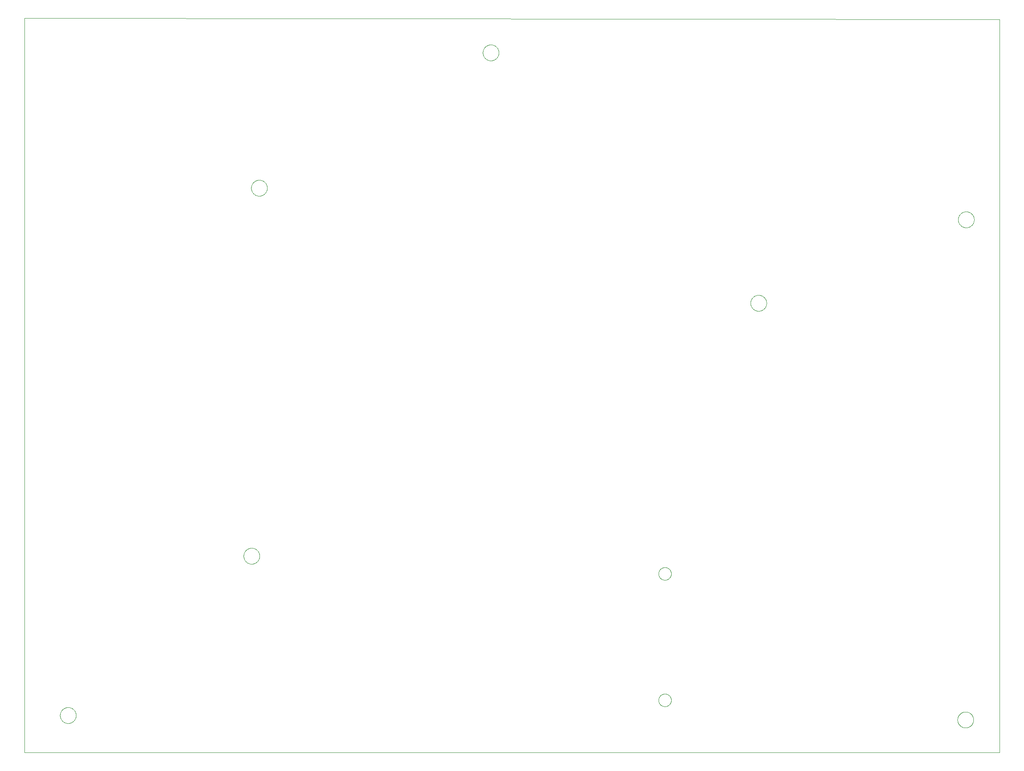
<source format=gko>
G75*
%MOIN*%
%OFA0B0*%
%FSLAX25Y25*%
%IPPOS*%
%LPD*%
%AMOC8*
5,1,8,0,0,1.08239X$1,22.5*
%
%ADD10C,0.00000*%
D10*
X0171672Y0029156D02*
X0171672Y0609857D01*
X0942093Y0608857D01*
X0942093Y0029156D01*
X0171672Y0029156D01*
X0199873Y0058656D02*
X0199875Y0058814D01*
X0199881Y0058972D01*
X0199891Y0059130D01*
X0199905Y0059288D01*
X0199923Y0059445D01*
X0199944Y0059602D01*
X0199970Y0059758D01*
X0200000Y0059914D01*
X0200033Y0060069D01*
X0200071Y0060222D01*
X0200112Y0060375D01*
X0200157Y0060527D01*
X0200206Y0060678D01*
X0200259Y0060827D01*
X0200315Y0060975D01*
X0200375Y0061121D01*
X0200439Y0061266D01*
X0200507Y0061409D01*
X0200578Y0061551D01*
X0200652Y0061691D01*
X0200730Y0061828D01*
X0200812Y0061964D01*
X0200896Y0062098D01*
X0200985Y0062229D01*
X0201076Y0062358D01*
X0201171Y0062485D01*
X0201268Y0062610D01*
X0201369Y0062732D01*
X0201473Y0062851D01*
X0201580Y0062968D01*
X0201690Y0063082D01*
X0201803Y0063193D01*
X0201918Y0063302D01*
X0202036Y0063407D01*
X0202157Y0063509D01*
X0202280Y0063609D01*
X0202406Y0063705D01*
X0202534Y0063798D01*
X0202664Y0063888D01*
X0202797Y0063974D01*
X0202932Y0064058D01*
X0203068Y0064137D01*
X0203207Y0064214D01*
X0203348Y0064286D01*
X0203490Y0064356D01*
X0203634Y0064421D01*
X0203780Y0064483D01*
X0203927Y0064541D01*
X0204076Y0064596D01*
X0204226Y0064647D01*
X0204377Y0064694D01*
X0204529Y0064737D01*
X0204682Y0064776D01*
X0204837Y0064812D01*
X0204992Y0064843D01*
X0205148Y0064871D01*
X0205304Y0064895D01*
X0205461Y0064915D01*
X0205619Y0064931D01*
X0205776Y0064943D01*
X0205935Y0064951D01*
X0206093Y0064955D01*
X0206251Y0064955D01*
X0206409Y0064951D01*
X0206568Y0064943D01*
X0206725Y0064931D01*
X0206883Y0064915D01*
X0207040Y0064895D01*
X0207196Y0064871D01*
X0207352Y0064843D01*
X0207507Y0064812D01*
X0207662Y0064776D01*
X0207815Y0064737D01*
X0207967Y0064694D01*
X0208118Y0064647D01*
X0208268Y0064596D01*
X0208417Y0064541D01*
X0208564Y0064483D01*
X0208710Y0064421D01*
X0208854Y0064356D01*
X0208996Y0064286D01*
X0209137Y0064214D01*
X0209276Y0064137D01*
X0209412Y0064058D01*
X0209547Y0063974D01*
X0209680Y0063888D01*
X0209810Y0063798D01*
X0209938Y0063705D01*
X0210064Y0063609D01*
X0210187Y0063509D01*
X0210308Y0063407D01*
X0210426Y0063302D01*
X0210541Y0063193D01*
X0210654Y0063082D01*
X0210764Y0062968D01*
X0210871Y0062851D01*
X0210975Y0062732D01*
X0211076Y0062610D01*
X0211173Y0062485D01*
X0211268Y0062358D01*
X0211359Y0062229D01*
X0211448Y0062098D01*
X0211532Y0061964D01*
X0211614Y0061828D01*
X0211692Y0061691D01*
X0211766Y0061551D01*
X0211837Y0061409D01*
X0211905Y0061266D01*
X0211969Y0061121D01*
X0212029Y0060975D01*
X0212085Y0060827D01*
X0212138Y0060678D01*
X0212187Y0060527D01*
X0212232Y0060375D01*
X0212273Y0060222D01*
X0212311Y0060069D01*
X0212344Y0059914D01*
X0212374Y0059758D01*
X0212400Y0059602D01*
X0212421Y0059445D01*
X0212439Y0059288D01*
X0212453Y0059130D01*
X0212463Y0058972D01*
X0212469Y0058814D01*
X0212471Y0058656D01*
X0212469Y0058498D01*
X0212463Y0058340D01*
X0212453Y0058182D01*
X0212439Y0058024D01*
X0212421Y0057867D01*
X0212400Y0057710D01*
X0212374Y0057554D01*
X0212344Y0057398D01*
X0212311Y0057243D01*
X0212273Y0057090D01*
X0212232Y0056937D01*
X0212187Y0056785D01*
X0212138Y0056634D01*
X0212085Y0056485D01*
X0212029Y0056337D01*
X0211969Y0056191D01*
X0211905Y0056046D01*
X0211837Y0055903D01*
X0211766Y0055761D01*
X0211692Y0055621D01*
X0211614Y0055484D01*
X0211532Y0055348D01*
X0211448Y0055214D01*
X0211359Y0055083D01*
X0211268Y0054954D01*
X0211173Y0054827D01*
X0211076Y0054702D01*
X0210975Y0054580D01*
X0210871Y0054461D01*
X0210764Y0054344D01*
X0210654Y0054230D01*
X0210541Y0054119D01*
X0210426Y0054010D01*
X0210308Y0053905D01*
X0210187Y0053803D01*
X0210064Y0053703D01*
X0209938Y0053607D01*
X0209810Y0053514D01*
X0209680Y0053424D01*
X0209547Y0053338D01*
X0209412Y0053254D01*
X0209276Y0053175D01*
X0209137Y0053098D01*
X0208996Y0053026D01*
X0208854Y0052956D01*
X0208710Y0052891D01*
X0208564Y0052829D01*
X0208417Y0052771D01*
X0208268Y0052716D01*
X0208118Y0052665D01*
X0207967Y0052618D01*
X0207815Y0052575D01*
X0207662Y0052536D01*
X0207507Y0052500D01*
X0207352Y0052469D01*
X0207196Y0052441D01*
X0207040Y0052417D01*
X0206883Y0052397D01*
X0206725Y0052381D01*
X0206568Y0052369D01*
X0206409Y0052361D01*
X0206251Y0052357D01*
X0206093Y0052357D01*
X0205935Y0052361D01*
X0205776Y0052369D01*
X0205619Y0052381D01*
X0205461Y0052397D01*
X0205304Y0052417D01*
X0205148Y0052441D01*
X0204992Y0052469D01*
X0204837Y0052500D01*
X0204682Y0052536D01*
X0204529Y0052575D01*
X0204377Y0052618D01*
X0204226Y0052665D01*
X0204076Y0052716D01*
X0203927Y0052771D01*
X0203780Y0052829D01*
X0203634Y0052891D01*
X0203490Y0052956D01*
X0203348Y0053026D01*
X0203207Y0053098D01*
X0203068Y0053175D01*
X0202932Y0053254D01*
X0202797Y0053338D01*
X0202664Y0053424D01*
X0202534Y0053514D01*
X0202406Y0053607D01*
X0202280Y0053703D01*
X0202157Y0053803D01*
X0202036Y0053905D01*
X0201918Y0054010D01*
X0201803Y0054119D01*
X0201690Y0054230D01*
X0201580Y0054344D01*
X0201473Y0054461D01*
X0201369Y0054580D01*
X0201268Y0054702D01*
X0201171Y0054827D01*
X0201076Y0054954D01*
X0200985Y0055083D01*
X0200896Y0055214D01*
X0200812Y0055348D01*
X0200730Y0055484D01*
X0200652Y0055621D01*
X0200578Y0055761D01*
X0200507Y0055903D01*
X0200439Y0056046D01*
X0200375Y0056191D01*
X0200315Y0056337D01*
X0200259Y0056485D01*
X0200206Y0056634D01*
X0200157Y0056785D01*
X0200112Y0056937D01*
X0200071Y0057090D01*
X0200033Y0057243D01*
X0200000Y0057398D01*
X0199970Y0057554D01*
X0199944Y0057710D01*
X0199923Y0057867D01*
X0199905Y0058024D01*
X0199891Y0058182D01*
X0199881Y0058340D01*
X0199875Y0058498D01*
X0199873Y0058656D01*
X0344873Y0184656D02*
X0344875Y0184814D01*
X0344881Y0184972D01*
X0344891Y0185130D01*
X0344905Y0185288D01*
X0344923Y0185445D01*
X0344944Y0185602D01*
X0344970Y0185758D01*
X0345000Y0185914D01*
X0345033Y0186069D01*
X0345071Y0186222D01*
X0345112Y0186375D01*
X0345157Y0186527D01*
X0345206Y0186678D01*
X0345259Y0186827D01*
X0345315Y0186975D01*
X0345375Y0187121D01*
X0345439Y0187266D01*
X0345507Y0187409D01*
X0345578Y0187551D01*
X0345652Y0187691D01*
X0345730Y0187828D01*
X0345812Y0187964D01*
X0345896Y0188098D01*
X0345985Y0188229D01*
X0346076Y0188358D01*
X0346171Y0188485D01*
X0346268Y0188610D01*
X0346369Y0188732D01*
X0346473Y0188851D01*
X0346580Y0188968D01*
X0346690Y0189082D01*
X0346803Y0189193D01*
X0346918Y0189302D01*
X0347036Y0189407D01*
X0347157Y0189509D01*
X0347280Y0189609D01*
X0347406Y0189705D01*
X0347534Y0189798D01*
X0347664Y0189888D01*
X0347797Y0189974D01*
X0347932Y0190058D01*
X0348068Y0190137D01*
X0348207Y0190214D01*
X0348348Y0190286D01*
X0348490Y0190356D01*
X0348634Y0190421D01*
X0348780Y0190483D01*
X0348927Y0190541D01*
X0349076Y0190596D01*
X0349226Y0190647D01*
X0349377Y0190694D01*
X0349529Y0190737D01*
X0349682Y0190776D01*
X0349837Y0190812D01*
X0349992Y0190843D01*
X0350148Y0190871D01*
X0350304Y0190895D01*
X0350461Y0190915D01*
X0350619Y0190931D01*
X0350776Y0190943D01*
X0350935Y0190951D01*
X0351093Y0190955D01*
X0351251Y0190955D01*
X0351409Y0190951D01*
X0351568Y0190943D01*
X0351725Y0190931D01*
X0351883Y0190915D01*
X0352040Y0190895D01*
X0352196Y0190871D01*
X0352352Y0190843D01*
X0352507Y0190812D01*
X0352662Y0190776D01*
X0352815Y0190737D01*
X0352967Y0190694D01*
X0353118Y0190647D01*
X0353268Y0190596D01*
X0353417Y0190541D01*
X0353564Y0190483D01*
X0353710Y0190421D01*
X0353854Y0190356D01*
X0353996Y0190286D01*
X0354137Y0190214D01*
X0354276Y0190137D01*
X0354412Y0190058D01*
X0354547Y0189974D01*
X0354680Y0189888D01*
X0354810Y0189798D01*
X0354938Y0189705D01*
X0355064Y0189609D01*
X0355187Y0189509D01*
X0355308Y0189407D01*
X0355426Y0189302D01*
X0355541Y0189193D01*
X0355654Y0189082D01*
X0355764Y0188968D01*
X0355871Y0188851D01*
X0355975Y0188732D01*
X0356076Y0188610D01*
X0356173Y0188485D01*
X0356268Y0188358D01*
X0356359Y0188229D01*
X0356448Y0188098D01*
X0356532Y0187964D01*
X0356614Y0187828D01*
X0356692Y0187691D01*
X0356766Y0187551D01*
X0356837Y0187409D01*
X0356905Y0187266D01*
X0356969Y0187121D01*
X0357029Y0186975D01*
X0357085Y0186827D01*
X0357138Y0186678D01*
X0357187Y0186527D01*
X0357232Y0186375D01*
X0357273Y0186222D01*
X0357311Y0186069D01*
X0357344Y0185914D01*
X0357374Y0185758D01*
X0357400Y0185602D01*
X0357421Y0185445D01*
X0357439Y0185288D01*
X0357453Y0185130D01*
X0357463Y0184972D01*
X0357469Y0184814D01*
X0357471Y0184656D01*
X0357469Y0184498D01*
X0357463Y0184340D01*
X0357453Y0184182D01*
X0357439Y0184024D01*
X0357421Y0183867D01*
X0357400Y0183710D01*
X0357374Y0183554D01*
X0357344Y0183398D01*
X0357311Y0183243D01*
X0357273Y0183090D01*
X0357232Y0182937D01*
X0357187Y0182785D01*
X0357138Y0182634D01*
X0357085Y0182485D01*
X0357029Y0182337D01*
X0356969Y0182191D01*
X0356905Y0182046D01*
X0356837Y0181903D01*
X0356766Y0181761D01*
X0356692Y0181621D01*
X0356614Y0181484D01*
X0356532Y0181348D01*
X0356448Y0181214D01*
X0356359Y0181083D01*
X0356268Y0180954D01*
X0356173Y0180827D01*
X0356076Y0180702D01*
X0355975Y0180580D01*
X0355871Y0180461D01*
X0355764Y0180344D01*
X0355654Y0180230D01*
X0355541Y0180119D01*
X0355426Y0180010D01*
X0355308Y0179905D01*
X0355187Y0179803D01*
X0355064Y0179703D01*
X0354938Y0179607D01*
X0354810Y0179514D01*
X0354680Y0179424D01*
X0354547Y0179338D01*
X0354412Y0179254D01*
X0354276Y0179175D01*
X0354137Y0179098D01*
X0353996Y0179026D01*
X0353854Y0178956D01*
X0353710Y0178891D01*
X0353564Y0178829D01*
X0353417Y0178771D01*
X0353268Y0178716D01*
X0353118Y0178665D01*
X0352967Y0178618D01*
X0352815Y0178575D01*
X0352662Y0178536D01*
X0352507Y0178500D01*
X0352352Y0178469D01*
X0352196Y0178441D01*
X0352040Y0178417D01*
X0351883Y0178397D01*
X0351725Y0178381D01*
X0351568Y0178369D01*
X0351409Y0178361D01*
X0351251Y0178357D01*
X0351093Y0178357D01*
X0350935Y0178361D01*
X0350776Y0178369D01*
X0350619Y0178381D01*
X0350461Y0178397D01*
X0350304Y0178417D01*
X0350148Y0178441D01*
X0349992Y0178469D01*
X0349837Y0178500D01*
X0349682Y0178536D01*
X0349529Y0178575D01*
X0349377Y0178618D01*
X0349226Y0178665D01*
X0349076Y0178716D01*
X0348927Y0178771D01*
X0348780Y0178829D01*
X0348634Y0178891D01*
X0348490Y0178956D01*
X0348348Y0179026D01*
X0348207Y0179098D01*
X0348068Y0179175D01*
X0347932Y0179254D01*
X0347797Y0179338D01*
X0347664Y0179424D01*
X0347534Y0179514D01*
X0347406Y0179607D01*
X0347280Y0179703D01*
X0347157Y0179803D01*
X0347036Y0179905D01*
X0346918Y0180010D01*
X0346803Y0180119D01*
X0346690Y0180230D01*
X0346580Y0180344D01*
X0346473Y0180461D01*
X0346369Y0180580D01*
X0346268Y0180702D01*
X0346171Y0180827D01*
X0346076Y0180954D01*
X0345985Y0181083D01*
X0345896Y0181214D01*
X0345812Y0181348D01*
X0345730Y0181484D01*
X0345652Y0181621D01*
X0345578Y0181761D01*
X0345507Y0181903D01*
X0345439Y0182046D01*
X0345375Y0182191D01*
X0345315Y0182337D01*
X0345259Y0182485D01*
X0345206Y0182634D01*
X0345157Y0182785D01*
X0345112Y0182937D01*
X0345071Y0183090D01*
X0345033Y0183243D01*
X0345000Y0183398D01*
X0344970Y0183554D01*
X0344944Y0183710D01*
X0344923Y0183867D01*
X0344905Y0184024D01*
X0344891Y0184182D01*
X0344881Y0184340D01*
X0344875Y0184498D01*
X0344873Y0184656D01*
X0672672Y0170656D02*
X0672674Y0170797D01*
X0672680Y0170938D01*
X0672690Y0171078D01*
X0672704Y0171218D01*
X0672722Y0171358D01*
X0672743Y0171497D01*
X0672769Y0171636D01*
X0672798Y0171774D01*
X0672832Y0171910D01*
X0672869Y0172046D01*
X0672910Y0172181D01*
X0672955Y0172315D01*
X0673004Y0172447D01*
X0673056Y0172578D01*
X0673112Y0172707D01*
X0673172Y0172834D01*
X0673235Y0172960D01*
X0673301Y0173084D01*
X0673372Y0173207D01*
X0673445Y0173327D01*
X0673522Y0173445D01*
X0673602Y0173561D01*
X0673686Y0173674D01*
X0673772Y0173785D01*
X0673862Y0173894D01*
X0673955Y0174000D01*
X0674050Y0174103D01*
X0674149Y0174204D01*
X0674250Y0174302D01*
X0674354Y0174397D01*
X0674461Y0174489D01*
X0674570Y0174578D01*
X0674682Y0174663D01*
X0674796Y0174746D01*
X0674912Y0174826D01*
X0675031Y0174902D01*
X0675152Y0174974D01*
X0675274Y0175044D01*
X0675399Y0175109D01*
X0675525Y0175172D01*
X0675653Y0175230D01*
X0675783Y0175285D01*
X0675914Y0175337D01*
X0676047Y0175384D01*
X0676181Y0175428D01*
X0676316Y0175469D01*
X0676452Y0175505D01*
X0676589Y0175537D01*
X0676727Y0175566D01*
X0676865Y0175591D01*
X0677005Y0175611D01*
X0677145Y0175628D01*
X0677285Y0175641D01*
X0677426Y0175650D01*
X0677566Y0175655D01*
X0677707Y0175656D01*
X0677848Y0175653D01*
X0677989Y0175646D01*
X0678129Y0175635D01*
X0678269Y0175620D01*
X0678409Y0175601D01*
X0678548Y0175579D01*
X0678686Y0175552D01*
X0678824Y0175522D01*
X0678960Y0175487D01*
X0679096Y0175449D01*
X0679230Y0175407D01*
X0679364Y0175361D01*
X0679496Y0175312D01*
X0679626Y0175258D01*
X0679755Y0175201D01*
X0679882Y0175141D01*
X0680008Y0175077D01*
X0680131Y0175009D01*
X0680253Y0174938D01*
X0680373Y0174864D01*
X0680490Y0174786D01*
X0680605Y0174705D01*
X0680718Y0174621D01*
X0680829Y0174534D01*
X0680937Y0174443D01*
X0681042Y0174350D01*
X0681145Y0174253D01*
X0681245Y0174154D01*
X0681342Y0174052D01*
X0681436Y0173947D01*
X0681527Y0173840D01*
X0681615Y0173730D01*
X0681700Y0173618D01*
X0681782Y0173503D01*
X0681861Y0173386D01*
X0681936Y0173267D01*
X0682008Y0173146D01*
X0682076Y0173023D01*
X0682141Y0172898D01*
X0682203Y0172771D01*
X0682260Y0172642D01*
X0682315Y0172512D01*
X0682365Y0172381D01*
X0682412Y0172248D01*
X0682455Y0172114D01*
X0682494Y0171978D01*
X0682529Y0171842D01*
X0682561Y0171705D01*
X0682588Y0171567D01*
X0682612Y0171428D01*
X0682632Y0171288D01*
X0682648Y0171148D01*
X0682660Y0171008D01*
X0682668Y0170867D01*
X0682672Y0170726D01*
X0682672Y0170586D01*
X0682668Y0170445D01*
X0682660Y0170304D01*
X0682648Y0170164D01*
X0682632Y0170024D01*
X0682612Y0169884D01*
X0682588Y0169745D01*
X0682561Y0169607D01*
X0682529Y0169470D01*
X0682494Y0169334D01*
X0682455Y0169198D01*
X0682412Y0169064D01*
X0682365Y0168931D01*
X0682315Y0168800D01*
X0682260Y0168670D01*
X0682203Y0168541D01*
X0682141Y0168414D01*
X0682076Y0168289D01*
X0682008Y0168166D01*
X0681936Y0168045D01*
X0681861Y0167926D01*
X0681782Y0167809D01*
X0681700Y0167694D01*
X0681615Y0167582D01*
X0681527Y0167472D01*
X0681436Y0167365D01*
X0681342Y0167260D01*
X0681245Y0167158D01*
X0681145Y0167059D01*
X0681042Y0166962D01*
X0680937Y0166869D01*
X0680829Y0166778D01*
X0680718Y0166691D01*
X0680605Y0166607D01*
X0680490Y0166526D01*
X0680373Y0166448D01*
X0680253Y0166374D01*
X0680131Y0166303D01*
X0680008Y0166235D01*
X0679882Y0166171D01*
X0679755Y0166111D01*
X0679626Y0166054D01*
X0679496Y0166000D01*
X0679364Y0165951D01*
X0679230Y0165905D01*
X0679096Y0165863D01*
X0678960Y0165825D01*
X0678824Y0165790D01*
X0678686Y0165760D01*
X0678548Y0165733D01*
X0678409Y0165711D01*
X0678269Y0165692D01*
X0678129Y0165677D01*
X0677989Y0165666D01*
X0677848Y0165659D01*
X0677707Y0165656D01*
X0677566Y0165657D01*
X0677426Y0165662D01*
X0677285Y0165671D01*
X0677145Y0165684D01*
X0677005Y0165701D01*
X0676865Y0165721D01*
X0676727Y0165746D01*
X0676589Y0165775D01*
X0676452Y0165807D01*
X0676316Y0165843D01*
X0676181Y0165884D01*
X0676047Y0165928D01*
X0675914Y0165975D01*
X0675783Y0166027D01*
X0675653Y0166082D01*
X0675525Y0166140D01*
X0675399Y0166203D01*
X0675274Y0166268D01*
X0675152Y0166338D01*
X0675031Y0166410D01*
X0674912Y0166486D01*
X0674796Y0166566D01*
X0674682Y0166649D01*
X0674570Y0166734D01*
X0674461Y0166823D01*
X0674354Y0166915D01*
X0674250Y0167010D01*
X0674149Y0167108D01*
X0674050Y0167209D01*
X0673955Y0167312D01*
X0673862Y0167418D01*
X0673772Y0167527D01*
X0673686Y0167638D01*
X0673602Y0167751D01*
X0673522Y0167867D01*
X0673445Y0167985D01*
X0673372Y0168105D01*
X0673301Y0168228D01*
X0673235Y0168352D01*
X0673172Y0168478D01*
X0673112Y0168605D01*
X0673056Y0168734D01*
X0673004Y0168865D01*
X0672955Y0168997D01*
X0672910Y0169131D01*
X0672869Y0169266D01*
X0672832Y0169402D01*
X0672798Y0169538D01*
X0672769Y0169676D01*
X0672743Y0169815D01*
X0672722Y0169954D01*
X0672704Y0170094D01*
X0672690Y0170234D01*
X0672680Y0170374D01*
X0672674Y0170515D01*
X0672672Y0170656D01*
X0672672Y0070656D02*
X0672674Y0070797D01*
X0672680Y0070938D01*
X0672690Y0071078D01*
X0672704Y0071218D01*
X0672722Y0071358D01*
X0672743Y0071497D01*
X0672769Y0071636D01*
X0672798Y0071774D01*
X0672832Y0071910D01*
X0672869Y0072046D01*
X0672910Y0072181D01*
X0672955Y0072315D01*
X0673004Y0072447D01*
X0673056Y0072578D01*
X0673112Y0072707D01*
X0673172Y0072834D01*
X0673235Y0072960D01*
X0673301Y0073084D01*
X0673372Y0073207D01*
X0673445Y0073327D01*
X0673522Y0073445D01*
X0673602Y0073561D01*
X0673686Y0073674D01*
X0673772Y0073785D01*
X0673862Y0073894D01*
X0673955Y0074000D01*
X0674050Y0074103D01*
X0674149Y0074204D01*
X0674250Y0074302D01*
X0674354Y0074397D01*
X0674461Y0074489D01*
X0674570Y0074578D01*
X0674682Y0074663D01*
X0674796Y0074746D01*
X0674912Y0074826D01*
X0675031Y0074902D01*
X0675152Y0074974D01*
X0675274Y0075044D01*
X0675399Y0075109D01*
X0675525Y0075172D01*
X0675653Y0075230D01*
X0675783Y0075285D01*
X0675914Y0075337D01*
X0676047Y0075384D01*
X0676181Y0075428D01*
X0676316Y0075469D01*
X0676452Y0075505D01*
X0676589Y0075537D01*
X0676727Y0075566D01*
X0676865Y0075591D01*
X0677005Y0075611D01*
X0677145Y0075628D01*
X0677285Y0075641D01*
X0677426Y0075650D01*
X0677566Y0075655D01*
X0677707Y0075656D01*
X0677848Y0075653D01*
X0677989Y0075646D01*
X0678129Y0075635D01*
X0678269Y0075620D01*
X0678409Y0075601D01*
X0678548Y0075579D01*
X0678686Y0075552D01*
X0678824Y0075522D01*
X0678960Y0075487D01*
X0679096Y0075449D01*
X0679230Y0075407D01*
X0679364Y0075361D01*
X0679496Y0075312D01*
X0679626Y0075258D01*
X0679755Y0075201D01*
X0679882Y0075141D01*
X0680008Y0075077D01*
X0680131Y0075009D01*
X0680253Y0074938D01*
X0680373Y0074864D01*
X0680490Y0074786D01*
X0680605Y0074705D01*
X0680718Y0074621D01*
X0680829Y0074534D01*
X0680937Y0074443D01*
X0681042Y0074350D01*
X0681145Y0074253D01*
X0681245Y0074154D01*
X0681342Y0074052D01*
X0681436Y0073947D01*
X0681527Y0073840D01*
X0681615Y0073730D01*
X0681700Y0073618D01*
X0681782Y0073503D01*
X0681861Y0073386D01*
X0681936Y0073267D01*
X0682008Y0073146D01*
X0682076Y0073023D01*
X0682141Y0072898D01*
X0682203Y0072771D01*
X0682260Y0072642D01*
X0682315Y0072512D01*
X0682365Y0072381D01*
X0682412Y0072248D01*
X0682455Y0072114D01*
X0682494Y0071978D01*
X0682529Y0071842D01*
X0682561Y0071705D01*
X0682588Y0071567D01*
X0682612Y0071428D01*
X0682632Y0071288D01*
X0682648Y0071148D01*
X0682660Y0071008D01*
X0682668Y0070867D01*
X0682672Y0070726D01*
X0682672Y0070586D01*
X0682668Y0070445D01*
X0682660Y0070304D01*
X0682648Y0070164D01*
X0682632Y0070024D01*
X0682612Y0069884D01*
X0682588Y0069745D01*
X0682561Y0069607D01*
X0682529Y0069470D01*
X0682494Y0069334D01*
X0682455Y0069198D01*
X0682412Y0069064D01*
X0682365Y0068931D01*
X0682315Y0068800D01*
X0682260Y0068670D01*
X0682203Y0068541D01*
X0682141Y0068414D01*
X0682076Y0068289D01*
X0682008Y0068166D01*
X0681936Y0068045D01*
X0681861Y0067926D01*
X0681782Y0067809D01*
X0681700Y0067694D01*
X0681615Y0067582D01*
X0681527Y0067472D01*
X0681436Y0067365D01*
X0681342Y0067260D01*
X0681245Y0067158D01*
X0681145Y0067059D01*
X0681042Y0066962D01*
X0680937Y0066869D01*
X0680829Y0066778D01*
X0680718Y0066691D01*
X0680605Y0066607D01*
X0680490Y0066526D01*
X0680373Y0066448D01*
X0680253Y0066374D01*
X0680131Y0066303D01*
X0680008Y0066235D01*
X0679882Y0066171D01*
X0679755Y0066111D01*
X0679626Y0066054D01*
X0679496Y0066000D01*
X0679364Y0065951D01*
X0679230Y0065905D01*
X0679096Y0065863D01*
X0678960Y0065825D01*
X0678824Y0065790D01*
X0678686Y0065760D01*
X0678548Y0065733D01*
X0678409Y0065711D01*
X0678269Y0065692D01*
X0678129Y0065677D01*
X0677989Y0065666D01*
X0677848Y0065659D01*
X0677707Y0065656D01*
X0677566Y0065657D01*
X0677426Y0065662D01*
X0677285Y0065671D01*
X0677145Y0065684D01*
X0677005Y0065701D01*
X0676865Y0065721D01*
X0676727Y0065746D01*
X0676589Y0065775D01*
X0676452Y0065807D01*
X0676316Y0065843D01*
X0676181Y0065884D01*
X0676047Y0065928D01*
X0675914Y0065975D01*
X0675783Y0066027D01*
X0675653Y0066082D01*
X0675525Y0066140D01*
X0675399Y0066203D01*
X0675274Y0066268D01*
X0675152Y0066338D01*
X0675031Y0066410D01*
X0674912Y0066486D01*
X0674796Y0066566D01*
X0674682Y0066649D01*
X0674570Y0066734D01*
X0674461Y0066823D01*
X0674354Y0066915D01*
X0674250Y0067010D01*
X0674149Y0067108D01*
X0674050Y0067209D01*
X0673955Y0067312D01*
X0673862Y0067418D01*
X0673772Y0067527D01*
X0673686Y0067638D01*
X0673602Y0067751D01*
X0673522Y0067867D01*
X0673445Y0067985D01*
X0673372Y0068105D01*
X0673301Y0068228D01*
X0673235Y0068352D01*
X0673172Y0068478D01*
X0673112Y0068605D01*
X0673056Y0068734D01*
X0673004Y0068865D01*
X0672955Y0068997D01*
X0672910Y0069131D01*
X0672869Y0069266D01*
X0672832Y0069402D01*
X0672798Y0069538D01*
X0672769Y0069676D01*
X0672743Y0069815D01*
X0672722Y0069954D01*
X0672704Y0070094D01*
X0672690Y0070234D01*
X0672680Y0070374D01*
X0672674Y0070515D01*
X0672672Y0070656D01*
X0908873Y0055156D02*
X0908875Y0055314D01*
X0908881Y0055472D01*
X0908891Y0055630D01*
X0908905Y0055788D01*
X0908923Y0055945D01*
X0908944Y0056102D01*
X0908970Y0056258D01*
X0909000Y0056414D01*
X0909033Y0056569D01*
X0909071Y0056722D01*
X0909112Y0056875D01*
X0909157Y0057027D01*
X0909206Y0057178D01*
X0909259Y0057327D01*
X0909315Y0057475D01*
X0909375Y0057621D01*
X0909439Y0057766D01*
X0909507Y0057909D01*
X0909578Y0058051D01*
X0909652Y0058191D01*
X0909730Y0058328D01*
X0909812Y0058464D01*
X0909896Y0058598D01*
X0909985Y0058729D01*
X0910076Y0058858D01*
X0910171Y0058985D01*
X0910268Y0059110D01*
X0910369Y0059232D01*
X0910473Y0059351D01*
X0910580Y0059468D01*
X0910690Y0059582D01*
X0910803Y0059693D01*
X0910918Y0059802D01*
X0911036Y0059907D01*
X0911157Y0060009D01*
X0911280Y0060109D01*
X0911406Y0060205D01*
X0911534Y0060298D01*
X0911664Y0060388D01*
X0911797Y0060474D01*
X0911932Y0060558D01*
X0912068Y0060637D01*
X0912207Y0060714D01*
X0912348Y0060786D01*
X0912490Y0060856D01*
X0912634Y0060921D01*
X0912780Y0060983D01*
X0912927Y0061041D01*
X0913076Y0061096D01*
X0913226Y0061147D01*
X0913377Y0061194D01*
X0913529Y0061237D01*
X0913682Y0061276D01*
X0913837Y0061312D01*
X0913992Y0061343D01*
X0914148Y0061371D01*
X0914304Y0061395D01*
X0914461Y0061415D01*
X0914619Y0061431D01*
X0914776Y0061443D01*
X0914935Y0061451D01*
X0915093Y0061455D01*
X0915251Y0061455D01*
X0915409Y0061451D01*
X0915568Y0061443D01*
X0915725Y0061431D01*
X0915883Y0061415D01*
X0916040Y0061395D01*
X0916196Y0061371D01*
X0916352Y0061343D01*
X0916507Y0061312D01*
X0916662Y0061276D01*
X0916815Y0061237D01*
X0916967Y0061194D01*
X0917118Y0061147D01*
X0917268Y0061096D01*
X0917417Y0061041D01*
X0917564Y0060983D01*
X0917710Y0060921D01*
X0917854Y0060856D01*
X0917996Y0060786D01*
X0918137Y0060714D01*
X0918276Y0060637D01*
X0918412Y0060558D01*
X0918547Y0060474D01*
X0918680Y0060388D01*
X0918810Y0060298D01*
X0918938Y0060205D01*
X0919064Y0060109D01*
X0919187Y0060009D01*
X0919308Y0059907D01*
X0919426Y0059802D01*
X0919541Y0059693D01*
X0919654Y0059582D01*
X0919764Y0059468D01*
X0919871Y0059351D01*
X0919975Y0059232D01*
X0920076Y0059110D01*
X0920173Y0058985D01*
X0920268Y0058858D01*
X0920359Y0058729D01*
X0920448Y0058598D01*
X0920532Y0058464D01*
X0920614Y0058328D01*
X0920692Y0058191D01*
X0920766Y0058051D01*
X0920837Y0057909D01*
X0920905Y0057766D01*
X0920969Y0057621D01*
X0921029Y0057475D01*
X0921085Y0057327D01*
X0921138Y0057178D01*
X0921187Y0057027D01*
X0921232Y0056875D01*
X0921273Y0056722D01*
X0921311Y0056569D01*
X0921344Y0056414D01*
X0921374Y0056258D01*
X0921400Y0056102D01*
X0921421Y0055945D01*
X0921439Y0055788D01*
X0921453Y0055630D01*
X0921463Y0055472D01*
X0921469Y0055314D01*
X0921471Y0055156D01*
X0921469Y0054998D01*
X0921463Y0054840D01*
X0921453Y0054682D01*
X0921439Y0054524D01*
X0921421Y0054367D01*
X0921400Y0054210D01*
X0921374Y0054054D01*
X0921344Y0053898D01*
X0921311Y0053743D01*
X0921273Y0053590D01*
X0921232Y0053437D01*
X0921187Y0053285D01*
X0921138Y0053134D01*
X0921085Y0052985D01*
X0921029Y0052837D01*
X0920969Y0052691D01*
X0920905Y0052546D01*
X0920837Y0052403D01*
X0920766Y0052261D01*
X0920692Y0052121D01*
X0920614Y0051984D01*
X0920532Y0051848D01*
X0920448Y0051714D01*
X0920359Y0051583D01*
X0920268Y0051454D01*
X0920173Y0051327D01*
X0920076Y0051202D01*
X0919975Y0051080D01*
X0919871Y0050961D01*
X0919764Y0050844D01*
X0919654Y0050730D01*
X0919541Y0050619D01*
X0919426Y0050510D01*
X0919308Y0050405D01*
X0919187Y0050303D01*
X0919064Y0050203D01*
X0918938Y0050107D01*
X0918810Y0050014D01*
X0918680Y0049924D01*
X0918547Y0049838D01*
X0918412Y0049754D01*
X0918276Y0049675D01*
X0918137Y0049598D01*
X0917996Y0049526D01*
X0917854Y0049456D01*
X0917710Y0049391D01*
X0917564Y0049329D01*
X0917417Y0049271D01*
X0917268Y0049216D01*
X0917118Y0049165D01*
X0916967Y0049118D01*
X0916815Y0049075D01*
X0916662Y0049036D01*
X0916507Y0049000D01*
X0916352Y0048969D01*
X0916196Y0048941D01*
X0916040Y0048917D01*
X0915883Y0048897D01*
X0915725Y0048881D01*
X0915568Y0048869D01*
X0915409Y0048861D01*
X0915251Y0048857D01*
X0915093Y0048857D01*
X0914935Y0048861D01*
X0914776Y0048869D01*
X0914619Y0048881D01*
X0914461Y0048897D01*
X0914304Y0048917D01*
X0914148Y0048941D01*
X0913992Y0048969D01*
X0913837Y0049000D01*
X0913682Y0049036D01*
X0913529Y0049075D01*
X0913377Y0049118D01*
X0913226Y0049165D01*
X0913076Y0049216D01*
X0912927Y0049271D01*
X0912780Y0049329D01*
X0912634Y0049391D01*
X0912490Y0049456D01*
X0912348Y0049526D01*
X0912207Y0049598D01*
X0912068Y0049675D01*
X0911932Y0049754D01*
X0911797Y0049838D01*
X0911664Y0049924D01*
X0911534Y0050014D01*
X0911406Y0050107D01*
X0911280Y0050203D01*
X0911157Y0050303D01*
X0911036Y0050405D01*
X0910918Y0050510D01*
X0910803Y0050619D01*
X0910690Y0050730D01*
X0910580Y0050844D01*
X0910473Y0050961D01*
X0910369Y0051080D01*
X0910268Y0051202D01*
X0910171Y0051327D01*
X0910076Y0051454D01*
X0909985Y0051583D01*
X0909896Y0051714D01*
X0909812Y0051848D01*
X0909730Y0051984D01*
X0909652Y0052121D01*
X0909578Y0052261D01*
X0909507Y0052403D01*
X0909439Y0052546D01*
X0909375Y0052691D01*
X0909315Y0052837D01*
X0909259Y0052985D01*
X0909206Y0053134D01*
X0909157Y0053285D01*
X0909112Y0053437D01*
X0909071Y0053590D01*
X0909033Y0053743D01*
X0909000Y0053898D01*
X0908970Y0054054D01*
X0908944Y0054210D01*
X0908923Y0054367D01*
X0908905Y0054524D01*
X0908891Y0054682D01*
X0908881Y0054840D01*
X0908875Y0054998D01*
X0908873Y0055156D01*
X0745373Y0384656D02*
X0745375Y0384814D01*
X0745381Y0384972D01*
X0745391Y0385130D01*
X0745405Y0385288D01*
X0745423Y0385445D01*
X0745444Y0385602D01*
X0745470Y0385758D01*
X0745500Y0385914D01*
X0745533Y0386069D01*
X0745571Y0386222D01*
X0745612Y0386375D01*
X0745657Y0386527D01*
X0745706Y0386678D01*
X0745759Y0386827D01*
X0745815Y0386975D01*
X0745875Y0387121D01*
X0745939Y0387266D01*
X0746007Y0387409D01*
X0746078Y0387551D01*
X0746152Y0387691D01*
X0746230Y0387828D01*
X0746312Y0387964D01*
X0746396Y0388098D01*
X0746485Y0388229D01*
X0746576Y0388358D01*
X0746671Y0388485D01*
X0746768Y0388610D01*
X0746869Y0388732D01*
X0746973Y0388851D01*
X0747080Y0388968D01*
X0747190Y0389082D01*
X0747303Y0389193D01*
X0747418Y0389302D01*
X0747536Y0389407D01*
X0747657Y0389509D01*
X0747780Y0389609D01*
X0747906Y0389705D01*
X0748034Y0389798D01*
X0748164Y0389888D01*
X0748297Y0389974D01*
X0748432Y0390058D01*
X0748568Y0390137D01*
X0748707Y0390214D01*
X0748848Y0390286D01*
X0748990Y0390356D01*
X0749134Y0390421D01*
X0749280Y0390483D01*
X0749427Y0390541D01*
X0749576Y0390596D01*
X0749726Y0390647D01*
X0749877Y0390694D01*
X0750029Y0390737D01*
X0750182Y0390776D01*
X0750337Y0390812D01*
X0750492Y0390843D01*
X0750648Y0390871D01*
X0750804Y0390895D01*
X0750961Y0390915D01*
X0751119Y0390931D01*
X0751276Y0390943D01*
X0751435Y0390951D01*
X0751593Y0390955D01*
X0751751Y0390955D01*
X0751909Y0390951D01*
X0752068Y0390943D01*
X0752225Y0390931D01*
X0752383Y0390915D01*
X0752540Y0390895D01*
X0752696Y0390871D01*
X0752852Y0390843D01*
X0753007Y0390812D01*
X0753162Y0390776D01*
X0753315Y0390737D01*
X0753467Y0390694D01*
X0753618Y0390647D01*
X0753768Y0390596D01*
X0753917Y0390541D01*
X0754064Y0390483D01*
X0754210Y0390421D01*
X0754354Y0390356D01*
X0754496Y0390286D01*
X0754637Y0390214D01*
X0754776Y0390137D01*
X0754912Y0390058D01*
X0755047Y0389974D01*
X0755180Y0389888D01*
X0755310Y0389798D01*
X0755438Y0389705D01*
X0755564Y0389609D01*
X0755687Y0389509D01*
X0755808Y0389407D01*
X0755926Y0389302D01*
X0756041Y0389193D01*
X0756154Y0389082D01*
X0756264Y0388968D01*
X0756371Y0388851D01*
X0756475Y0388732D01*
X0756576Y0388610D01*
X0756673Y0388485D01*
X0756768Y0388358D01*
X0756859Y0388229D01*
X0756948Y0388098D01*
X0757032Y0387964D01*
X0757114Y0387828D01*
X0757192Y0387691D01*
X0757266Y0387551D01*
X0757337Y0387409D01*
X0757405Y0387266D01*
X0757469Y0387121D01*
X0757529Y0386975D01*
X0757585Y0386827D01*
X0757638Y0386678D01*
X0757687Y0386527D01*
X0757732Y0386375D01*
X0757773Y0386222D01*
X0757811Y0386069D01*
X0757844Y0385914D01*
X0757874Y0385758D01*
X0757900Y0385602D01*
X0757921Y0385445D01*
X0757939Y0385288D01*
X0757953Y0385130D01*
X0757963Y0384972D01*
X0757969Y0384814D01*
X0757971Y0384656D01*
X0757969Y0384498D01*
X0757963Y0384340D01*
X0757953Y0384182D01*
X0757939Y0384024D01*
X0757921Y0383867D01*
X0757900Y0383710D01*
X0757874Y0383554D01*
X0757844Y0383398D01*
X0757811Y0383243D01*
X0757773Y0383090D01*
X0757732Y0382937D01*
X0757687Y0382785D01*
X0757638Y0382634D01*
X0757585Y0382485D01*
X0757529Y0382337D01*
X0757469Y0382191D01*
X0757405Y0382046D01*
X0757337Y0381903D01*
X0757266Y0381761D01*
X0757192Y0381621D01*
X0757114Y0381484D01*
X0757032Y0381348D01*
X0756948Y0381214D01*
X0756859Y0381083D01*
X0756768Y0380954D01*
X0756673Y0380827D01*
X0756576Y0380702D01*
X0756475Y0380580D01*
X0756371Y0380461D01*
X0756264Y0380344D01*
X0756154Y0380230D01*
X0756041Y0380119D01*
X0755926Y0380010D01*
X0755808Y0379905D01*
X0755687Y0379803D01*
X0755564Y0379703D01*
X0755438Y0379607D01*
X0755310Y0379514D01*
X0755180Y0379424D01*
X0755047Y0379338D01*
X0754912Y0379254D01*
X0754776Y0379175D01*
X0754637Y0379098D01*
X0754496Y0379026D01*
X0754354Y0378956D01*
X0754210Y0378891D01*
X0754064Y0378829D01*
X0753917Y0378771D01*
X0753768Y0378716D01*
X0753618Y0378665D01*
X0753467Y0378618D01*
X0753315Y0378575D01*
X0753162Y0378536D01*
X0753007Y0378500D01*
X0752852Y0378469D01*
X0752696Y0378441D01*
X0752540Y0378417D01*
X0752383Y0378397D01*
X0752225Y0378381D01*
X0752068Y0378369D01*
X0751909Y0378361D01*
X0751751Y0378357D01*
X0751593Y0378357D01*
X0751435Y0378361D01*
X0751276Y0378369D01*
X0751119Y0378381D01*
X0750961Y0378397D01*
X0750804Y0378417D01*
X0750648Y0378441D01*
X0750492Y0378469D01*
X0750337Y0378500D01*
X0750182Y0378536D01*
X0750029Y0378575D01*
X0749877Y0378618D01*
X0749726Y0378665D01*
X0749576Y0378716D01*
X0749427Y0378771D01*
X0749280Y0378829D01*
X0749134Y0378891D01*
X0748990Y0378956D01*
X0748848Y0379026D01*
X0748707Y0379098D01*
X0748568Y0379175D01*
X0748432Y0379254D01*
X0748297Y0379338D01*
X0748164Y0379424D01*
X0748034Y0379514D01*
X0747906Y0379607D01*
X0747780Y0379703D01*
X0747657Y0379803D01*
X0747536Y0379905D01*
X0747418Y0380010D01*
X0747303Y0380119D01*
X0747190Y0380230D01*
X0747080Y0380344D01*
X0746973Y0380461D01*
X0746869Y0380580D01*
X0746768Y0380702D01*
X0746671Y0380827D01*
X0746576Y0380954D01*
X0746485Y0381083D01*
X0746396Y0381214D01*
X0746312Y0381348D01*
X0746230Y0381484D01*
X0746152Y0381621D01*
X0746078Y0381761D01*
X0746007Y0381903D01*
X0745939Y0382046D01*
X0745875Y0382191D01*
X0745815Y0382337D01*
X0745759Y0382485D01*
X0745706Y0382634D01*
X0745657Y0382785D01*
X0745612Y0382937D01*
X0745571Y0383090D01*
X0745533Y0383243D01*
X0745500Y0383398D01*
X0745470Y0383554D01*
X0745444Y0383710D01*
X0745423Y0383867D01*
X0745405Y0384024D01*
X0745391Y0384182D01*
X0745381Y0384340D01*
X0745375Y0384498D01*
X0745373Y0384656D01*
X0909373Y0450656D02*
X0909375Y0450814D01*
X0909381Y0450972D01*
X0909391Y0451130D01*
X0909405Y0451288D01*
X0909423Y0451445D01*
X0909444Y0451602D01*
X0909470Y0451758D01*
X0909500Y0451914D01*
X0909533Y0452069D01*
X0909571Y0452222D01*
X0909612Y0452375D01*
X0909657Y0452527D01*
X0909706Y0452678D01*
X0909759Y0452827D01*
X0909815Y0452975D01*
X0909875Y0453121D01*
X0909939Y0453266D01*
X0910007Y0453409D01*
X0910078Y0453551D01*
X0910152Y0453691D01*
X0910230Y0453828D01*
X0910312Y0453964D01*
X0910396Y0454098D01*
X0910485Y0454229D01*
X0910576Y0454358D01*
X0910671Y0454485D01*
X0910768Y0454610D01*
X0910869Y0454732D01*
X0910973Y0454851D01*
X0911080Y0454968D01*
X0911190Y0455082D01*
X0911303Y0455193D01*
X0911418Y0455302D01*
X0911536Y0455407D01*
X0911657Y0455509D01*
X0911780Y0455609D01*
X0911906Y0455705D01*
X0912034Y0455798D01*
X0912164Y0455888D01*
X0912297Y0455974D01*
X0912432Y0456058D01*
X0912568Y0456137D01*
X0912707Y0456214D01*
X0912848Y0456286D01*
X0912990Y0456356D01*
X0913134Y0456421D01*
X0913280Y0456483D01*
X0913427Y0456541D01*
X0913576Y0456596D01*
X0913726Y0456647D01*
X0913877Y0456694D01*
X0914029Y0456737D01*
X0914182Y0456776D01*
X0914337Y0456812D01*
X0914492Y0456843D01*
X0914648Y0456871D01*
X0914804Y0456895D01*
X0914961Y0456915D01*
X0915119Y0456931D01*
X0915276Y0456943D01*
X0915435Y0456951D01*
X0915593Y0456955D01*
X0915751Y0456955D01*
X0915909Y0456951D01*
X0916068Y0456943D01*
X0916225Y0456931D01*
X0916383Y0456915D01*
X0916540Y0456895D01*
X0916696Y0456871D01*
X0916852Y0456843D01*
X0917007Y0456812D01*
X0917162Y0456776D01*
X0917315Y0456737D01*
X0917467Y0456694D01*
X0917618Y0456647D01*
X0917768Y0456596D01*
X0917917Y0456541D01*
X0918064Y0456483D01*
X0918210Y0456421D01*
X0918354Y0456356D01*
X0918496Y0456286D01*
X0918637Y0456214D01*
X0918776Y0456137D01*
X0918912Y0456058D01*
X0919047Y0455974D01*
X0919180Y0455888D01*
X0919310Y0455798D01*
X0919438Y0455705D01*
X0919564Y0455609D01*
X0919687Y0455509D01*
X0919808Y0455407D01*
X0919926Y0455302D01*
X0920041Y0455193D01*
X0920154Y0455082D01*
X0920264Y0454968D01*
X0920371Y0454851D01*
X0920475Y0454732D01*
X0920576Y0454610D01*
X0920673Y0454485D01*
X0920768Y0454358D01*
X0920859Y0454229D01*
X0920948Y0454098D01*
X0921032Y0453964D01*
X0921114Y0453828D01*
X0921192Y0453691D01*
X0921266Y0453551D01*
X0921337Y0453409D01*
X0921405Y0453266D01*
X0921469Y0453121D01*
X0921529Y0452975D01*
X0921585Y0452827D01*
X0921638Y0452678D01*
X0921687Y0452527D01*
X0921732Y0452375D01*
X0921773Y0452222D01*
X0921811Y0452069D01*
X0921844Y0451914D01*
X0921874Y0451758D01*
X0921900Y0451602D01*
X0921921Y0451445D01*
X0921939Y0451288D01*
X0921953Y0451130D01*
X0921963Y0450972D01*
X0921969Y0450814D01*
X0921971Y0450656D01*
X0921969Y0450498D01*
X0921963Y0450340D01*
X0921953Y0450182D01*
X0921939Y0450024D01*
X0921921Y0449867D01*
X0921900Y0449710D01*
X0921874Y0449554D01*
X0921844Y0449398D01*
X0921811Y0449243D01*
X0921773Y0449090D01*
X0921732Y0448937D01*
X0921687Y0448785D01*
X0921638Y0448634D01*
X0921585Y0448485D01*
X0921529Y0448337D01*
X0921469Y0448191D01*
X0921405Y0448046D01*
X0921337Y0447903D01*
X0921266Y0447761D01*
X0921192Y0447621D01*
X0921114Y0447484D01*
X0921032Y0447348D01*
X0920948Y0447214D01*
X0920859Y0447083D01*
X0920768Y0446954D01*
X0920673Y0446827D01*
X0920576Y0446702D01*
X0920475Y0446580D01*
X0920371Y0446461D01*
X0920264Y0446344D01*
X0920154Y0446230D01*
X0920041Y0446119D01*
X0919926Y0446010D01*
X0919808Y0445905D01*
X0919687Y0445803D01*
X0919564Y0445703D01*
X0919438Y0445607D01*
X0919310Y0445514D01*
X0919180Y0445424D01*
X0919047Y0445338D01*
X0918912Y0445254D01*
X0918776Y0445175D01*
X0918637Y0445098D01*
X0918496Y0445026D01*
X0918354Y0444956D01*
X0918210Y0444891D01*
X0918064Y0444829D01*
X0917917Y0444771D01*
X0917768Y0444716D01*
X0917618Y0444665D01*
X0917467Y0444618D01*
X0917315Y0444575D01*
X0917162Y0444536D01*
X0917007Y0444500D01*
X0916852Y0444469D01*
X0916696Y0444441D01*
X0916540Y0444417D01*
X0916383Y0444397D01*
X0916225Y0444381D01*
X0916068Y0444369D01*
X0915909Y0444361D01*
X0915751Y0444357D01*
X0915593Y0444357D01*
X0915435Y0444361D01*
X0915276Y0444369D01*
X0915119Y0444381D01*
X0914961Y0444397D01*
X0914804Y0444417D01*
X0914648Y0444441D01*
X0914492Y0444469D01*
X0914337Y0444500D01*
X0914182Y0444536D01*
X0914029Y0444575D01*
X0913877Y0444618D01*
X0913726Y0444665D01*
X0913576Y0444716D01*
X0913427Y0444771D01*
X0913280Y0444829D01*
X0913134Y0444891D01*
X0912990Y0444956D01*
X0912848Y0445026D01*
X0912707Y0445098D01*
X0912568Y0445175D01*
X0912432Y0445254D01*
X0912297Y0445338D01*
X0912164Y0445424D01*
X0912034Y0445514D01*
X0911906Y0445607D01*
X0911780Y0445703D01*
X0911657Y0445803D01*
X0911536Y0445905D01*
X0911418Y0446010D01*
X0911303Y0446119D01*
X0911190Y0446230D01*
X0911080Y0446344D01*
X0910973Y0446461D01*
X0910869Y0446580D01*
X0910768Y0446702D01*
X0910671Y0446827D01*
X0910576Y0446954D01*
X0910485Y0447083D01*
X0910396Y0447214D01*
X0910312Y0447348D01*
X0910230Y0447484D01*
X0910152Y0447621D01*
X0910078Y0447761D01*
X0910007Y0447903D01*
X0909939Y0448046D01*
X0909875Y0448191D01*
X0909815Y0448337D01*
X0909759Y0448485D01*
X0909706Y0448634D01*
X0909657Y0448785D01*
X0909612Y0448937D01*
X0909571Y0449090D01*
X0909533Y0449243D01*
X0909500Y0449398D01*
X0909470Y0449554D01*
X0909444Y0449710D01*
X0909423Y0449867D01*
X0909405Y0450024D01*
X0909391Y0450182D01*
X0909381Y0450340D01*
X0909375Y0450498D01*
X0909373Y0450656D01*
X0533873Y0582656D02*
X0533875Y0582814D01*
X0533881Y0582972D01*
X0533891Y0583130D01*
X0533905Y0583288D01*
X0533923Y0583445D01*
X0533944Y0583602D01*
X0533970Y0583758D01*
X0534000Y0583914D01*
X0534033Y0584069D01*
X0534071Y0584222D01*
X0534112Y0584375D01*
X0534157Y0584527D01*
X0534206Y0584678D01*
X0534259Y0584827D01*
X0534315Y0584975D01*
X0534375Y0585121D01*
X0534439Y0585266D01*
X0534507Y0585409D01*
X0534578Y0585551D01*
X0534652Y0585691D01*
X0534730Y0585828D01*
X0534812Y0585964D01*
X0534896Y0586098D01*
X0534985Y0586229D01*
X0535076Y0586358D01*
X0535171Y0586485D01*
X0535268Y0586610D01*
X0535369Y0586732D01*
X0535473Y0586851D01*
X0535580Y0586968D01*
X0535690Y0587082D01*
X0535803Y0587193D01*
X0535918Y0587302D01*
X0536036Y0587407D01*
X0536157Y0587509D01*
X0536280Y0587609D01*
X0536406Y0587705D01*
X0536534Y0587798D01*
X0536664Y0587888D01*
X0536797Y0587974D01*
X0536932Y0588058D01*
X0537068Y0588137D01*
X0537207Y0588214D01*
X0537348Y0588286D01*
X0537490Y0588356D01*
X0537634Y0588421D01*
X0537780Y0588483D01*
X0537927Y0588541D01*
X0538076Y0588596D01*
X0538226Y0588647D01*
X0538377Y0588694D01*
X0538529Y0588737D01*
X0538682Y0588776D01*
X0538837Y0588812D01*
X0538992Y0588843D01*
X0539148Y0588871D01*
X0539304Y0588895D01*
X0539461Y0588915D01*
X0539619Y0588931D01*
X0539776Y0588943D01*
X0539935Y0588951D01*
X0540093Y0588955D01*
X0540251Y0588955D01*
X0540409Y0588951D01*
X0540568Y0588943D01*
X0540725Y0588931D01*
X0540883Y0588915D01*
X0541040Y0588895D01*
X0541196Y0588871D01*
X0541352Y0588843D01*
X0541507Y0588812D01*
X0541662Y0588776D01*
X0541815Y0588737D01*
X0541967Y0588694D01*
X0542118Y0588647D01*
X0542268Y0588596D01*
X0542417Y0588541D01*
X0542564Y0588483D01*
X0542710Y0588421D01*
X0542854Y0588356D01*
X0542996Y0588286D01*
X0543137Y0588214D01*
X0543276Y0588137D01*
X0543412Y0588058D01*
X0543547Y0587974D01*
X0543680Y0587888D01*
X0543810Y0587798D01*
X0543938Y0587705D01*
X0544064Y0587609D01*
X0544187Y0587509D01*
X0544308Y0587407D01*
X0544426Y0587302D01*
X0544541Y0587193D01*
X0544654Y0587082D01*
X0544764Y0586968D01*
X0544871Y0586851D01*
X0544975Y0586732D01*
X0545076Y0586610D01*
X0545173Y0586485D01*
X0545268Y0586358D01*
X0545359Y0586229D01*
X0545448Y0586098D01*
X0545532Y0585964D01*
X0545614Y0585828D01*
X0545692Y0585691D01*
X0545766Y0585551D01*
X0545837Y0585409D01*
X0545905Y0585266D01*
X0545969Y0585121D01*
X0546029Y0584975D01*
X0546085Y0584827D01*
X0546138Y0584678D01*
X0546187Y0584527D01*
X0546232Y0584375D01*
X0546273Y0584222D01*
X0546311Y0584069D01*
X0546344Y0583914D01*
X0546374Y0583758D01*
X0546400Y0583602D01*
X0546421Y0583445D01*
X0546439Y0583288D01*
X0546453Y0583130D01*
X0546463Y0582972D01*
X0546469Y0582814D01*
X0546471Y0582656D01*
X0546469Y0582498D01*
X0546463Y0582340D01*
X0546453Y0582182D01*
X0546439Y0582024D01*
X0546421Y0581867D01*
X0546400Y0581710D01*
X0546374Y0581554D01*
X0546344Y0581398D01*
X0546311Y0581243D01*
X0546273Y0581090D01*
X0546232Y0580937D01*
X0546187Y0580785D01*
X0546138Y0580634D01*
X0546085Y0580485D01*
X0546029Y0580337D01*
X0545969Y0580191D01*
X0545905Y0580046D01*
X0545837Y0579903D01*
X0545766Y0579761D01*
X0545692Y0579621D01*
X0545614Y0579484D01*
X0545532Y0579348D01*
X0545448Y0579214D01*
X0545359Y0579083D01*
X0545268Y0578954D01*
X0545173Y0578827D01*
X0545076Y0578702D01*
X0544975Y0578580D01*
X0544871Y0578461D01*
X0544764Y0578344D01*
X0544654Y0578230D01*
X0544541Y0578119D01*
X0544426Y0578010D01*
X0544308Y0577905D01*
X0544187Y0577803D01*
X0544064Y0577703D01*
X0543938Y0577607D01*
X0543810Y0577514D01*
X0543680Y0577424D01*
X0543547Y0577338D01*
X0543412Y0577254D01*
X0543276Y0577175D01*
X0543137Y0577098D01*
X0542996Y0577026D01*
X0542854Y0576956D01*
X0542710Y0576891D01*
X0542564Y0576829D01*
X0542417Y0576771D01*
X0542268Y0576716D01*
X0542118Y0576665D01*
X0541967Y0576618D01*
X0541815Y0576575D01*
X0541662Y0576536D01*
X0541507Y0576500D01*
X0541352Y0576469D01*
X0541196Y0576441D01*
X0541040Y0576417D01*
X0540883Y0576397D01*
X0540725Y0576381D01*
X0540568Y0576369D01*
X0540409Y0576361D01*
X0540251Y0576357D01*
X0540093Y0576357D01*
X0539935Y0576361D01*
X0539776Y0576369D01*
X0539619Y0576381D01*
X0539461Y0576397D01*
X0539304Y0576417D01*
X0539148Y0576441D01*
X0538992Y0576469D01*
X0538837Y0576500D01*
X0538682Y0576536D01*
X0538529Y0576575D01*
X0538377Y0576618D01*
X0538226Y0576665D01*
X0538076Y0576716D01*
X0537927Y0576771D01*
X0537780Y0576829D01*
X0537634Y0576891D01*
X0537490Y0576956D01*
X0537348Y0577026D01*
X0537207Y0577098D01*
X0537068Y0577175D01*
X0536932Y0577254D01*
X0536797Y0577338D01*
X0536664Y0577424D01*
X0536534Y0577514D01*
X0536406Y0577607D01*
X0536280Y0577703D01*
X0536157Y0577803D01*
X0536036Y0577905D01*
X0535918Y0578010D01*
X0535803Y0578119D01*
X0535690Y0578230D01*
X0535580Y0578344D01*
X0535473Y0578461D01*
X0535369Y0578580D01*
X0535268Y0578702D01*
X0535171Y0578827D01*
X0535076Y0578954D01*
X0534985Y0579083D01*
X0534896Y0579214D01*
X0534812Y0579348D01*
X0534730Y0579484D01*
X0534652Y0579621D01*
X0534578Y0579761D01*
X0534507Y0579903D01*
X0534439Y0580046D01*
X0534375Y0580191D01*
X0534315Y0580337D01*
X0534259Y0580485D01*
X0534206Y0580634D01*
X0534157Y0580785D01*
X0534112Y0580937D01*
X0534071Y0581090D01*
X0534033Y0581243D01*
X0534000Y0581398D01*
X0533970Y0581554D01*
X0533944Y0581710D01*
X0533923Y0581867D01*
X0533905Y0582024D01*
X0533891Y0582182D01*
X0533881Y0582340D01*
X0533875Y0582498D01*
X0533873Y0582656D01*
X0350873Y0475656D02*
X0350875Y0475814D01*
X0350881Y0475972D01*
X0350891Y0476130D01*
X0350905Y0476288D01*
X0350923Y0476445D01*
X0350944Y0476602D01*
X0350970Y0476758D01*
X0351000Y0476914D01*
X0351033Y0477069D01*
X0351071Y0477222D01*
X0351112Y0477375D01*
X0351157Y0477527D01*
X0351206Y0477678D01*
X0351259Y0477827D01*
X0351315Y0477975D01*
X0351375Y0478121D01*
X0351439Y0478266D01*
X0351507Y0478409D01*
X0351578Y0478551D01*
X0351652Y0478691D01*
X0351730Y0478828D01*
X0351812Y0478964D01*
X0351896Y0479098D01*
X0351985Y0479229D01*
X0352076Y0479358D01*
X0352171Y0479485D01*
X0352268Y0479610D01*
X0352369Y0479732D01*
X0352473Y0479851D01*
X0352580Y0479968D01*
X0352690Y0480082D01*
X0352803Y0480193D01*
X0352918Y0480302D01*
X0353036Y0480407D01*
X0353157Y0480509D01*
X0353280Y0480609D01*
X0353406Y0480705D01*
X0353534Y0480798D01*
X0353664Y0480888D01*
X0353797Y0480974D01*
X0353932Y0481058D01*
X0354068Y0481137D01*
X0354207Y0481214D01*
X0354348Y0481286D01*
X0354490Y0481356D01*
X0354634Y0481421D01*
X0354780Y0481483D01*
X0354927Y0481541D01*
X0355076Y0481596D01*
X0355226Y0481647D01*
X0355377Y0481694D01*
X0355529Y0481737D01*
X0355682Y0481776D01*
X0355837Y0481812D01*
X0355992Y0481843D01*
X0356148Y0481871D01*
X0356304Y0481895D01*
X0356461Y0481915D01*
X0356619Y0481931D01*
X0356776Y0481943D01*
X0356935Y0481951D01*
X0357093Y0481955D01*
X0357251Y0481955D01*
X0357409Y0481951D01*
X0357568Y0481943D01*
X0357725Y0481931D01*
X0357883Y0481915D01*
X0358040Y0481895D01*
X0358196Y0481871D01*
X0358352Y0481843D01*
X0358507Y0481812D01*
X0358662Y0481776D01*
X0358815Y0481737D01*
X0358967Y0481694D01*
X0359118Y0481647D01*
X0359268Y0481596D01*
X0359417Y0481541D01*
X0359564Y0481483D01*
X0359710Y0481421D01*
X0359854Y0481356D01*
X0359996Y0481286D01*
X0360137Y0481214D01*
X0360276Y0481137D01*
X0360412Y0481058D01*
X0360547Y0480974D01*
X0360680Y0480888D01*
X0360810Y0480798D01*
X0360938Y0480705D01*
X0361064Y0480609D01*
X0361187Y0480509D01*
X0361308Y0480407D01*
X0361426Y0480302D01*
X0361541Y0480193D01*
X0361654Y0480082D01*
X0361764Y0479968D01*
X0361871Y0479851D01*
X0361975Y0479732D01*
X0362076Y0479610D01*
X0362173Y0479485D01*
X0362268Y0479358D01*
X0362359Y0479229D01*
X0362448Y0479098D01*
X0362532Y0478964D01*
X0362614Y0478828D01*
X0362692Y0478691D01*
X0362766Y0478551D01*
X0362837Y0478409D01*
X0362905Y0478266D01*
X0362969Y0478121D01*
X0363029Y0477975D01*
X0363085Y0477827D01*
X0363138Y0477678D01*
X0363187Y0477527D01*
X0363232Y0477375D01*
X0363273Y0477222D01*
X0363311Y0477069D01*
X0363344Y0476914D01*
X0363374Y0476758D01*
X0363400Y0476602D01*
X0363421Y0476445D01*
X0363439Y0476288D01*
X0363453Y0476130D01*
X0363463Y0475972D01*
X0363469Y0475814D01*
X0363471Y0475656D01*
X0363469Y0475498D01*
X0363463Y0475340D01*
X0363453Y0475182D01*
X0363439Y0475024D01*
X0363421Y0474867D01*
X0363400Y0474710D01*
X0363374Y0474554D01*
X0363344Y0474398D01*
X0363311Y0474243D01*
X0363273Y0474090D01*
X0363232Y0473937D01*
X0363187Y0473785D01*
X0363138Y0473634D01*
X0363085Y0473485D01*
X0363029Y0473337D01*
X0362969Y0473191D01*
X0362905Y0473046D01*
X0362837Y0472903D01*
X0362766Y0472761D01*
X0362692Y0472621D01*
X0362614Y0472484D01*
X0362532Y0472348D01*
X0362448Y0472214D01*
X0362359Y0472083D01*
X0362268Y0471954D01*
X0362173Y0471827D01*
X0362076Y0471702D01*
X0361975Y0471580D01*
X0361871Y0471461D01*
X0361764Y0471344D01*
X0361654Y0471230D01*
X0361541Y0471119D01*
X0361426Y0471010D01*
X0361308Y0470905D01*
X0361187Y0470803D01*
X0361064Y0470703D01*
X0360938Y0470607D01*
X0360810Y0470514D01*
X0360680Y0470424D01*
X0360547Y0470338D01*
X0360412Y0470254D01*
X0360276Y0470175D01*
X0360137Y0470098D01*
X0359996Y0470026D01*
X0359854Y0469956D01*
X0359710Y0469891D01*
X0359564Y0469829D01*
X0359417Y0469771D01*
X0359268Y0469716D01*
X0359118Y0469665D01*
X0358967Y0469618D01*
X0358815Y0469575D01*
X0358662Y0469536D01*
X0358507Y0469500D01*
X0358352Y0469469D01*
X0358196Y0469441D01*
X0358040Y0469417D01*
X0357883Y0469397D01*
X0357725Y0469381D01*
X0357568Y0469369D01*
X0357409Y0469361D01*
X0357251Y0469357D01*
X0357093Y0469357D01*
X0356935Y0469361D01*
X0356776Y0469369D01*
X0356619Y0469381D01*
X0356461Y0469397D01*
X0356304Y0469417D01*
X0356148Y0469441D01*
X0355992Y0469469D01*
X0355837Y0469500D01*
X0355682Y0469536D01*
X0355529Y0469575D01*
X0355377Y0469618D01*
X0355226Y0469665D01*
X0355076Y0469716D01*
X0354927Y0469771D01*
X0354780Y0469829D01*
X0354634Y0469891D01*
X0354490Y0469956D01*
X0354348Y0470026D01*
X0354207Y0470098D01*
X0354068Y0470175D01*
X0353932Y0470254D01*
X0353797Y0470338D01*
X0353664Y0470424D01*
X0353534Y0470514D01*
X0353406Y0470607D01*
X0353280Y0470703D01*
X0353157Y0470803D01*
X0353036Y0470905D01*
X0352918Y0471010D01*
X0352803Y0471119D01*
X0352690Y0471230D01*
X0352580Y0471344D01*
X0352473Y0471461D01*
X0352369Y0471580D01*
X0352268Y0471702D01*
X0352171Y0471827D01*
X0352076Y0471954D01*
X0351985Y0472083D01*
X0351896Y0472214D01*
X0351812Y0472348D01*
X0351730Y0472484D01*
X0351652Y0472621D01*
X0351578Y0472761D01*
X0351507Y0472903D01*
X0351439Y0473046D01*
X0351375Y0473191D01*
X0351315Y0473337D01*
X0351259Y0473485D01*
X0351206Y0473634D01*
X0351157Y0473785D01*
X0351112Y0473937D01*
X0351071Y0474090D01*
X0351033Y0474243D01*
X0351000Y0474398D01*
X0350970Y0474554D01*
X0350944Y0474710D01*
X0350923Y0474867D01*
X0350905Y0475024D01*
X0350891Y0475182D01*
X0350881Y0475340D01*
X0350875Y0475498D01*
X0350873Y0475656D01*
M02*

</source>
